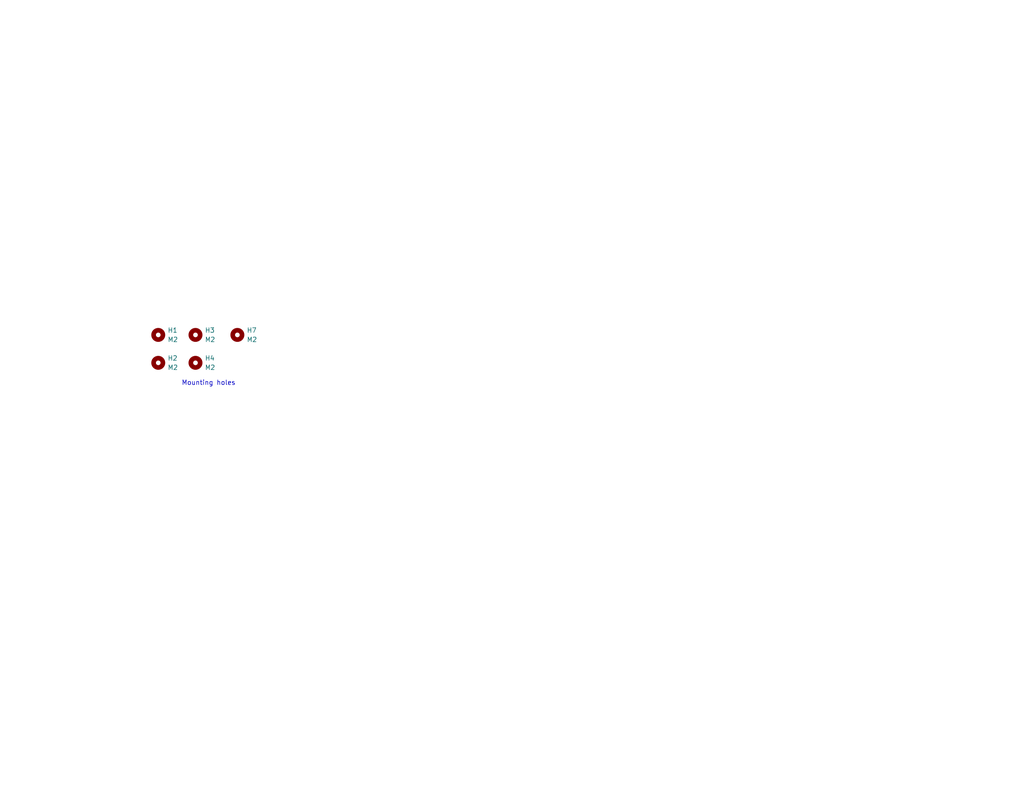
<source format=kicad_sch>
(kicad_sch (version 20211123) (generator eeschema)
  (paper "USLetter")
  (title_block (title "MiyoCalc40") (rev "1.0"))
  (lib_symbols
    (symbol "Mechanical:MountingHole" (pin_numbers hide) (pin_names (offset 1.016) hide)
      (property "Reference" "H" (at 0 5.08 0))
      (property "Value" "MountingHole" (at 0 3.175 0))
      (symbol "MountingHole_0_1"
        (circle (center 0 0) (radius 1.27) (stroke (width 1.27)))
      )
    )
    (symbol "MountingHole_1" (pin_names (offset 1.016))
      (property "Reference" "H" (at 0 5.08 0))
      (property "Value" "MountingHole_1" (at 0 3.175 0))
      (symbol "MountingHole_1_0_1"
        (circle (center 0 0) (radius 1.27) (stroke (width 1.27)))
      )
    )
  )
  (text "Mounting holes" (at 49.53 105.41 0) (effects (font (size 1.27 1.27)) (justify left bottom)))
  (symbol (lib_id "Mechanical:MountingHole") (at 64.77 91.44 0) (unit 1) (in_bom no)
    (property "Reference" "H7" (at 67.31 90.1699 0) (effects (justify left)))
    (property "Value" "M2" (at 67.31 92.7099 0) (effects (justify left)))
    (property "Footprint" "MiyoCalc footprints:MountingHole" (effects hide))
  )
  (symbol (lib_name "MountingHole_1") (lib_id "Mechanical:MountingHole") (at 43.18 99.06 0) (unit 1)
    (property "Reference" "H2" (at 45.72 97.7899 0) (effects (justify left)))
    (property "Value" "M2" (at 45.72 100.3299 0) (effects (justify left)))
    (property "Footprint" "MiyoCalc footprints:MountingHole" (effects hide))
  )
  (symbol (lib_id "Mechanical:MountingHole") (at 53.34 91.44 0) (unit 1) (in_bom no)
    (property "Reference" "H3" (at 55.88 90.1699 0) (effects (justify left)))
    (property "Value" "M2" (at 55.88 92.7099 0) (effects (justify left)))
    (property "Footprint" "MiyoCalc footprints:MountingHole" (effects hide))
  )
  (symbol (lib_id "Mechanical:MountingHole") (at 53.34 99.06 0) (unit 1) (in_bom no)
    (property "Reference" "H4" (at 55.88 97.7899 0) (effects (justify left)))
    (property "Value" "M2" (at 55.88 100.3299 0) (effects (justify left)))
    (property "Footprint" "MiyoCalc footprints:MountingHole" (effects hide))
  )
  (symbol (lib_id "Mechanical:MountingHole") (at 43.18 91.44 0) (unit 1) (in_bom no)
    (property "Reference" "H1" (at 45.72 90.1699 0) (effects (justify left)))
    (property "Value" "M2" (at 45.72 92.7099 0) (effects (justify left)))
    (property "Footprint" "MiyoCalc footprints:MountingHole" (effects hide))
  )
)
</source>
